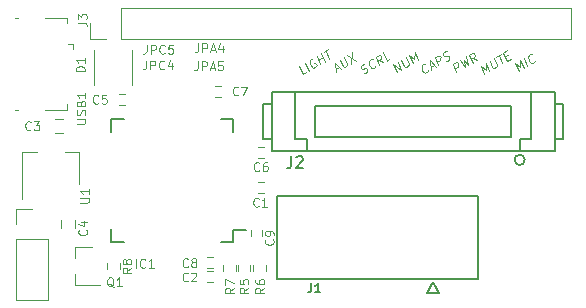
<source format=gbr>
G04 #@! TF.GenerationSoftware,KiCad,Pcbnew,5.1.5*
G04 #@! TF.CreationDate,2020-05-08T23:36:38+02:00*
G04 #@! TF.ProjectId,nucular-keyboard,6e756375-6c61-4722-9d6b-6579626f6172,rev?*
G04 #@! TF.SameCoordinates,Original*
G04 #@! TF.FileFunction,Legend,Top*
G04 #@! TF.FilePolarity,Positive*
%FSLAX46Y46*%
G04 Gerber Fmt 4.6, Leading zero omitted, Abs format (unit mm)*
G04 Created by KiCad (PCBNEW 5.1.5) date 2020-05-08 23:36:38*
%MOMM*%
%LPD*%
G04 APERTURE LIST*
%ADD10C,0.100000*%
%ADD11C,0.150000*%
%ADD12C,0.120000*%
G04 APERTURE END LIST*
D10*
X102709666Y-65432602D02*
X102415856Y-64736208D01*
X102842227Y-65108632D01*
X102848869Y-64486208D01*
X103142679Y-65182602D01*
X103451974Y-65004030D02*
X103158164Y-64307636D01*
X104104441Y-64544850D02*
X104087502Y-64595869D01*
X104008705Y-64682602D01*
X103946846Y-64718316D01*
X103840066Y-64738726D01*
X103750225Y-64708117D01*
X103691314Y-64659651D01*
X103604421Y-64544862D01*
X103562448Y-64445377D01*
X103537413Y-64294873D01*
X103540361Y-64210693D01*
X103574238Y-64108655D01*
X103653035Y-64021922D01*
X103714894Y-63986208D01*
X103821674Y-63965798D01*
X103866594Y-63981102D01*
X99807583Y-65664745D02*
X99513773Y-64968351D01*
X99940144Y-65340775D01*
X99946786Y-64718351D01*
X100240596Y-65414745D01*
X100256081Y-64539779D02*
X100493927Y-65103527D01*
X100552838Y-65151993D01*
X100597759Y-65167297D01*
X100673609Y-65164745D01*
X100797326Y-65093316D01*
X100845194Y-65024440D01*
X100862133Y-64973421D01*
X100865081Y-64889241D01*
X100627234Y-64325494D01*
X100843741Y-64200494D02*
X101214894Y-63986208D01*
X101323128Y-64789745D02*
X101029318Y-64093351D01*
X101571310Y-64192824D02*
X101787817Y-64067824D01*
X102034506Y-64379030D02*
X101725211Y-64557602D01*
X101431401Y-63861208D01*
X101740696Y-63682636D01*
X97439554Y-65530816D02*
X97145744Y-64834422D01*
X97393180Y-64691565D01*
X97469030Y-64689012D01*
X97513950Y-64704317D01*
X97572862Y-64752783D01*
X97614835Y-64852268D01*
X97611887Y-64936448D01*
X97594949Y-64987467D01*
X97547081Y-65056343D01*
X97299645Y-65199200D01*
X97733404Y-64495136D02*
X98181862Y-65102245D01*
X98095715Y-64533392D01*
X98429298Y-64959388D01*
X98290135Y-64173708D01*
X99202535Y-64512959D02*
X98846119Y-64306343D01*
X98831381Y-64727245D02*
X98537571Y-64030851D01*
X98785007Y-63887994D01*
X98860856Y-63885441D01*
X98905777Y-63900745D01*
X98964688Y-63949211D01*
X99006661Y-64048696D01*
X99003714Y-64132877D01*
X98986775Y-64183895D01*
X98938907Y-64252771D01*
X98691471Y-64395629D01*
X95066220Y-65375207D02*
X95049281Y-65426226D01*
X94970484Y-65512959D01*
X94908625Y-65548673D01*
X94801845Y-65569083D01*
X94712005Y-65538474D01*
X94653093Y-65490008D01*
X94566200Y-65375219D01*
X94524227Y-65275734D01*
X94499193Y-65125230D01*
X94502140Y-65041050D01*
X94536017Y-64939012D01*
X94614815Y-64852279D01*
X94676674Y-64816565D01*
X94783453Y-64796155D01*
X94828373Y-64811460D01*
X95257692Y-65099704D02*
X95566987Y-64921132D01*
X95279779Y-65334388D02*
X95202475Y-64512994D01*
X95712791Y-65084388D01*
X95929298Y-64959388D02*
X95635487Y-64262994D01*
X95882923Y-64120136D01*
X95958773Y-64117584D01*
X96003694Y-64132888D01*
X96062605Y-64181354D01*
X96104578Y-64280839D01*
X96101630Y-64365020D01*
X96084692Y-64416038D01*
X96036824Y-64484914D01*
X95789388Y-64627771D01*
X96533896Y-64569083D02*
X96640676Y-64548673D01*
X96795323Y-64459388D01*
X96843191Y-64390512D01*
X96860130Y-64339493D01*
X96863077Y-64255313D01*
X96835095Y-64188989D01*
X96776184Y-64140523D01*
X96731263Y-64125219D01*
X96655413Y-64127771D01*
X96517705Y-64166038D01*
X96441855Y-64168591D01*
X96396934Y-64153287D01*
X96338023Y-64104820D01*
X96310041Y-64038497D01*
X96312988Y-63954317D01*
X96329927Y-63903298D01*
X96377795Y-63834422D01*
X96532442Y-63745136D01*
X96639222Y-63724727D01*
X92408625Y-65548673D02*
X92114815Y-64852279D01*
X92779779Y-65334388D01*
X92485968Y-64637994D01*
X92795263Y-64459422D02*
X93033109Y-65023170D01*
X93092021Y-65071636D01*
X93136941Y-65086940D01*
X93212791Y-65084388D01*
X93336509Y-65012959D01*
X93384377Y-64944083D01*
X93401316Y-64893064D01*
X93404263Y-64808884D01*
X93166417Y-64245136D01*
X93769522Y-64762959D02*
X93475712Y-64066565D01*
X93902082Y-64438989D01*
X93908724Y-63816565D01*
X94202535Y-64512959D01*
X89593592Y-65631583D02*
X89700372Y-65611173D01*
X89855019Y-65521888D01*
X89902887Y-65453012D01*
X89919826Y-65401993D01*
X89922773Y-65317813D01*
X89894791Y-65251489D01*
X89835880Y-65203023D01*
X89790959Y-65187719D01*
X89715109Y-65190271D01*
X89577401Y-65228538D01*
X89501551Y-65231091D01*
X89456630Y-65215787D01*
X89397719Y-65167320D01*
X89369737Y-65100997D01*
X89372684Y-65016817D01*
X89389623Y-64965798D01*
X89437491Y-64896922D01*
X89592138Y-64807636D01*
X89698918Y-64787227D01*
X90600274Y-65009136D02*
X90583336Y-65060155D01*
X90504538Y-65146888D01*
X90442679Y-65182602D01*
X90335900Y-65203012D01*
X90246059Y-65172403D01*
X90187147Y-65123937D01*
X90100254Y-65009147D01*
X90058281Y-64909662D01*
X90033247Y-64759159D01*
X90036194Y-64674978D01*
X90070072Y-64572941D01*
X90148869Y-64486208D01*
X90210728Y-64450494D01*
X90317507Y-64430084D01*
X90362428Y-64445388D01*
X91277775Y-64700459D02*
X90921359Y-64493843D01*
X90906621Y-64914745D02*
X90612811Y-64218351D01*
X90860247Y-64075494D01*
X90936097Y-64072941D01*
X90981017Y-64088245D01*
X91039929Y-64136711D01*
X91081902Y-64236196D01*
X91078954Y-64320377D01*
X91062016Y-64371395D01*
X91014148Y-64440271D01*
X90766712Y-64583129D01*
X91865435Y-64361173D02*
X91556140Y-64539745D01*
X91262330Y-63843351D01*
X87217467Y-65296132D02*
X87526762Y-65117561D01*
X87239554Y-65530816D02*
X87162251Y-64709422D01*
X87672567Y-65280816D01*
X87595263Y-64459422D02*
X87833109Y-65023170D01*
X87892021Y-65071636D01*
X87936941Y-65086940D01*
X88012791Y-65084388D01*
X88136509Y-65012959D01*
X88184377Y-64944083D01*
X88201316Y-64893064D01*
X88204263Y-64808884D01*
X87966417Y-64245136D01*
X88213853Y-64102279D02*
X88940676Y-64548673D01*
X88646865Y-63852279D02*
X88507663Y-64798673D01*
X84739554Y-65530816D02*
X84430259Y-65709388D01*
X84136449Y-65012994D01*
X84956061Y-65405816D02*
X84662251Y-64709422D01*
X85325761Y-64367584D02*
X85249911Y-64370136D01*
X85157122Y-64423708D01*
X85078325Y-64510441D01*
X85044448Y-64612478D01*
X85041500Y-64696659D01*
X85066534Y-64847162D01*
X85108507Y-64946647D01*
X85195401Y-65061437D01*
X85254312Y-65109903D01*
X85344153Y-65140512D01*
X85450932Y-65120102D01*
X85512791Y-65084388D01*
X85591589Y-64997655D01*
X85608527Y-64946636D01*
X85510591Y-64714504D01*
X85386873Y-64785933D01*
X85914874Y-64852245D02*
X85621064Y-64155851D01*
X85760974Y-64487467D02*
X86132128Y-64273181D01*
X86286028Y-64637959D02*
X85992218Y-63941565D01*
X86208724Y-63816565D02*
X86579878Y-63602279D01*
X86688111Y-64405816D02*
X86394301Y-63709422D01*
D11*
X78575000Y-79875000D02*
X78575000Y-78875000D01*
X68225000Y-79875000D02*
X68225000Y-78800000D01*
X68225000Y-69525000D02*
X68225000Y-70600000D01*
X78575000Y-69525000D02*
X78575000Y-70600000D01*
X78575000Y-79875000D02*
X77500000Y-79875000D01*
X78575000Y-69525000D02*
X77500000Y-69525000D01*
X68225000Y-69525000D02*
X69300000Y-69525000D01*
X68225000Y-79875000D02*
X69300000Y-79875000D01*
X78575000Y-78875000D02*
X79600000Y-78875000D01*
D12*
X65000000Y-63100000D02*
X64550000Y-63100000D01*
X65000000Y-63100000D02*
X65000000Y-63550000D01*
X64450000Y-68700000D02*
X64450000Y-68250000D01*
X62600000Y-68700000D02*
X64450000Y-68700000D01*
X60050000Y-60900000D02*
X60300000Y-60900000D01*
X60050000Y-68700000D02*
X60300000Y-68700000D01*
X62600000Y-60900000D02*
X64450000Y-60900000D01*
X64450000Y-60900000D02*
X64450000Y-61350000D01*
D11*
X82250000Y-76000000D02*
X99250000Y-76000000D01*
X99250000Y-76000000D02*
X99250000Y-83000000D01*
X99250000Y-83000000D02*
X82250000Y-83000000D01*
X82250000Y-83000000D02*
X82250000Y-76000000D01*
X95500000Y-83250000D02*
X95000000Y-84250000D01*
X95000000Y-84250000D02*
X96000000Y-84250000D01*
X96000000Y-84250000D02*
X95500000Y-83250000D01*
X81800000Y-67200000D02*
X105800000Y-67200000D01*
X105800000Y-67200000D02*
X105800000Y-72200000D01*
X105800000Y-72200000D02*
X81800000Y-72200000D01*
X81800000Y-72200000D02*
X81800000Y-67200000D01*
X83800000Y-67200000D02*
X83800000Y-71200000D01*
X83800000Y-71200000D02*
X84800000Y-71200000D01*
X84800000Y-71200000D02*
X84800000Y-72200000D01*
X103800000Y-67200000D02*
X103800000Y-71200000D01*
X103800000Y-71200000D02*
X102800000Y-71200000D01*
X102800000Y-71200000D02*
X102800000Y-72200000D01*
X85500000Y-68400000D02*
X102100000Y-68400000D01*
X102100000Y-68400000D02*
X102100000Y-71000000D01*
X102100000Y-71000000D02*
X85500000Y-71000000D01*
X85500000Y-71000000D02*
X85500000Y-68400000D01*
X81800000Y-68200000D02*
X81100000Y-68200000D01*
X81100000Y-68200000D02*
X81100000Y-71200000D01*
X81100000Y-71200000D02*
X81800000Y-71200000D01*
X105800000Y-68200000D02*
X106500000Y-68200000D01*
X106500000Y-68200000D02*
X106500000Y-71200000D01*
X106500000Y-71200000D02*
X105800000Y-71200000D01*
X103233012Y-72950000D02*
G75*
G03X103233012Y-72950000I-433012J0D01*
G01*
D12*
X70025000Y-66650000D02*
X70025000Y-63650000D01*
X66775000Y-63650000D02*
X66775000Y-66650000D01*
X60700000Y-72260000D02*
X61900000Y-72260000D01*
X60700000Y-76260000D02*
X60700000Y-72260000D01*
X65500000Y-72260000D02*
X65500000Y-74960000D01*
X64300000Y-72260000D02*
X65500000Y-72260000D01*
X60170000Y-79670000D02*
X60170000Y-84810000D01*
X60170000Y-84810000D02*
X62830000Y-84810000D01*
X62830000Y-84810000D02*
X62830000Y-79670000D01*
X62830000Y-79670000D02*
X60170000Y-79670000D01*
X60170000Y-78400000D02*
X60170000Y-77070000D01*
X60170000Y-77070000D02*
X61500000Y-77070000D01*
X69020000Y-62730000D02*
X107180000Y-62730000D01*
X107180000Y-62730000D02*
X107180000Y-60070000D01*
X107180000Y-60070000D02*
X69020000Y-60070000D01*
X69020000Y-60070000D02*
X69020000Y-62730000D01*
X67750000Y-62730000D02*
X66420000Y-62730000D01*
X66420000Y-62730000D02*
X66420000Y-61400000D01*
X65120000Y-80350000D02*
X65120000Y-81280000D01*
X65120000Y-83510000D02*
X65120000Y-82580000D01*
X65120000Y-83510000D02*
X67280000Y-83510000D01*
X65120000Y-80350000D02*
X66580000Y-80350000D01*
X76325000Y-82130000D02*
X76825000Y-82130000D01*
X76825000Y-81190000D02*
X76325000Y-81190000D01*
X65200000Y-78050000D02*
X65200000Y-78750000D01*
X64000000Y-78750000D02*
X64000000Y-78050000D01*
X64150000Y-70700000D02*
X63450000Y-70700000D01*
X63450000Y-69500000D02*
X64150000Y-69500000D01*
X81125000Y-74855000D02*
X80625000Y-74855000D01*
X80625000Y-75795000D02*
X81125000Y-75795000D01*
X68900000Y-68320000D02*
X69400000Y-68320000D01*
X69400000Y-67380000D02*
X68900000Y-67380000D01*
X81125000Y-71880000D02*
X80625000Y-71880000D01*
X80625000Y-72820000D02*
X81125000Y-72820000D01*
X77050000Y-67620000D02*
X77550000Y-67620000D01*
X77550000Y-66680000D02*
X77050000Y-66680000D01*
X80080000Y-78870000D02*
X80080000Y-79370000D01*
X81020000Y-79370000D02*
X81020000Y-78870000D01*
X76325000Y-83320000D02*
X76825000Y-83320000D01*
X76825000Y-82380000D02*
X76325000Y-82380000D01*
X67890000Y-81680000D02*
X67890000Y-82180000D01*
X68950000Y-82180000D02*
X68950000Y-81680000D01*
X77720000Y-81860000D02*
X77720000Y-82360000D01*
X78780000Y-82360000D02*
X78780000Y-81860000D01*
X81320000Y-82350000D02*
X81320000Y-81850000D01*
X80260000Y-81850000D02*
X80260000Y-82350000D01*
X78945000Y-81850000D02*
X78945000Y-82350000D01*
X80005000Y-82350000D02*
X80005000Y-81850000D01*
D10*
X70317857Y-82089285D02*
X70317857Y-81339285D01*
X71103571Y-82017857D02*
X71067857Y-82053571D01*
X70960714Y-82089285D01*
X70889285Y-82089285D01*
X70782142Y-82053571D01*
X70710714Y-81982142D01*
X70675000Y-81910714D01*
X70639285Y-81767857D01*
X70639285Y-81660714D01*
X70675000Y-81517857D01*
X70710714Y-81446428D01*
X70782142Y-81375000D01*
X70889285Y-81339285D01*
X70960714Y-81339285D01*
X71067857Y-81375000D01*
X71103571Y-81410714D01*
X71817857Y-82089285D02*
X71389285Y-82089285D01*
X71603571Y-82089285D02*
X71603571Y-81339285D01*
X71532142Y-81446428D01*
X71460714Y-81517857D01*
X71389285Y-81553571D01*
X65289285Y-69903571D02*
X65896428Y-69903571D01*
X65967857Y-69867857D01*
X66003571Y-69832142D01*
X66039285Y-69760714D01*
X66039285Y-69617857D01*
X66003571Y-69546428D01*
X65967857Y-69510714D01*
X65896428Y-69475000D01*
X65289285Y-69475000D01*
X66003571Y-69153571D02*
X66039285Y-69046428D01*
X66039285Y-68867857D01*
X66003571Y-68796428D01*
X65967857Y-68760714D01*
X65896428Y-68725000D01*
X65825000Y-68725000D01*
X65753571Y-68760714D01*
X65717857Y-68796428D01*
X65682142Y-68867857D01*
X65646428Y-69010714D01*
X65610714Y-69082142D01*
X65575000Y-69117857D01*
X65503571Y-69153571D01*
X65432142Y-69153571D01*
X65360714Y-69117857D01*
X65325000Y-69082142D01*
X65289285Y-69010714D01*
X65289285Y-68832142D01*
X65325000Y-68725000D01*
X65646428Y-68153571D02*
X65682142Y-68046428D01*
X65717857Y-68010714D01*
X65789285Y-67975000D01*
X65896428Y-67975000D01*
X65967857Y-68010714D01*
X66003571Y-68046428D01*
X66039285Y-68117857D01*
X66039285Y-68403571D01*
X65289285Y-68403571D01*
X65289285Y-68153571D01*
X65325000Y-68082142D01*
X65360714Y-68046428D01*
X65432142Y-68010714D01*
X65503571Y-68010714D01*
X65575000Y-68046428D01*
X65610714Y-68082142D01*
X65646428Y-68153571D01*
X65646428Y-68403571D01*
X66039285Y-67260714D02*
X66039285Y-67689285D01*
X66039285Y-67475000D02*
X65289285Y-67475000D01*
X65396428Y-67546428D01*
X65467857Y-67617857D01*
X65503571Y-67689285D01*
D11*
X85166000Y-83407285D02*
X85166000Y-83943000D01*
X85130285Y-84050142D01*
X85058857Y-84121571D01*
X84951714Y-84157285D01*
X84880285Y-84157285D01*
X85916000Y-84157285D02*
X85487428Y-84157285D01*
X85701714Y-84157285D02*
X85701714Y-83407285D01*
X85630285Y-83514428D01*
X85558857Y-83585857D01*
X85487428Y-83621571D01*
X83466666Y-72652380D02*
X83466666Y-73366666D01*
X83419047Y-73509523D01*
X83323809Y-73604761D01*
X83180952Y-73652380D01*
X83085714Y-73652380D01*
X83895238Y-72747619D02*
X83942857Y-72700000D01*
X84038095Y-72652380D01*
X84276190Y-72652380D01*
X84371428Y-72700000D01*
X84419047Y-72747619D01*
X84466666Y-72842857D01*
X84466666Y-72938095D01*
X84419047Y-73080952D01*
X83847619Y-73652380D01*
X84466666Y-73652380D01*
D10*
X65989285Y-65453571D02*
X65239285Y-65453571D01*
X65239285Y-65275000D01*
X65275000Y-65167857D01*
X65346428Y-65096428D01*
X65417857Y-65060714D01*
X65560714Y-65025000D01*
X65667857Y-65025000D01*
X65810714Y-65060714D01*
X65882142Y-65096428D01*
X65953571Y-65167857D01*
X65989285Y-65275000D01*
X65989285Y-65453571D01*
X65989285Y-64310714D02*
X65989285Y-64739285D01*
X65989285Y-64525000D02*
X65239285Y-64525000D01*
X65346428Y-64596428D01*
X65417857Y-64667857D01*
X65453571Y-64739285D01*
X65589285Y-76571428D02*
X66196428Y-76571428D01*
X66267857Y-76535714D01*
X66303571Y-76500000D01*
X66339285Y-76428571D01*
X66339285Y-76285714D01*
X66303571Y-76214285D01*
X66267857Y-76178571D01*
X66196428Y-76142857D01*
X65589285Y-76142857D01*
X66339285Y-75392857D02*
X66339285Y-75821428D01*
X66339285Y-75607142D02*
X65589285Y-75607142D01*
X65696428Y-75678571D01*
X65767857Y-75750000D01*
X65803571Y-75821428D01*
X65414285Y-61350000D02*
X65950000Y-61350000D01*
X66057142Y-61385714D01*
X66128571Y-61457142D01*
X66164285Y-61564285D01*
X66164285Y-61635714D01*
X65414285Y-61064285D02*
X65414285Y-60600000D01*
X65700000Y-60850000D01*
X65700000Y-60742857D01*
X65735714Y-60671428D01*
X65771428Y-60635714D01*
X65842857Y-60600000D01*
X66021428Y-60600000D01*
X66092857Y-60635714D01*
X66128571Y-60671428D01*
X66164285Y-60742857D01*
X66164285Y-60957142D01*
X66128571Y-61028571D01*
X66092857Y-61064285D01*
X68428571Y-83710714D02*
X68357142Y-83675000D01*
X68285714Y-83603571D01*
X68178571Y-83496428D01*
X68107142Y-83460714D01*
X68035714Y-83460714D01*
X68071428Y-83639285D02*
X68000000Y-83603571D01*
X67928571Y-83532142D01*
X67892857Y-83389285D01*
X67892857Y-83139285D01*
X67928571Y-82996428D01*
X68000000Y-82925000D01*
X68071428Y-82889285D01*
X68214285Y-82889285D01*
X68285714Y-82925000D01*
X68357142Y-82996428D01*
X68392857Y-83139285D01*
X68392857Y-83389285D01*
X68357142Y-83532142D01*
X68285714Y-83603571D01*
X68214285Y-83639285D01*
X68071428Y-83639285D01*
X69107142Y-83639285D02*
X68678571Y-83639285D01*
X68892857Y-83639285D02*
X68892857Y-82889285D01*
X68821428Y-82996428D01*
X68750000Y-83067857D01*
X68678571Y-83103571D01*
X74725000Y-81967857D02*
X74689285Y-82003571D01*
X74582142Y-82039285D01*
X74510714Y-82039285D01*
X74403571Y-82003571D01*
X74332142Y-81932142D01*
X74296428Y-81860714D01*
X74260714Y-81717857D01*
X74260714Y-81610714D01*
X74296428Y-81467857D01*
X74332142Y-81396428D01*
X74403571Y-81325000D01*
X74510714Y-81289285D01*
X74582142Y-81289285D01*
X74689285Y-81325000D01*
X74725000Y-81360714D01*
X75153571Y-81610714D02*
X75082142Y-81575000D01*
X75046428Y-81539285D01*
X75010714Y-81467857D01*
X75010714Y-81432142D01*
X75046428Y-81360714D01*
X75082142Y-81325000D01*
X75153571Y-81289285D01*
X75296428Y-81289285D01*
X75367857Y-81325000D01*
X75403571Y-81360714D01*
X75439285Y-81432142D01*
X75439285Y-81467857D01*
X75403571Y-81539285D01*
X75367857Y-81575000D01*
X75296428Y-81610714D01*
X75153571Y-81610714D01*
X75082142Y-81646428D01*
X75046428Y-81682142D01*
X75010714Y-81753571D01*
X75010714Y-81896428D01*
X75046428Y-81967857D01*
X75082142Y-82003571D01*
X75153571Y-82039285D01*
X75296428Y-82039285D01*
X75367857Y-82003571D01*
X75403571Y-81967857D01*
X75439285Y-81896428D01*
X75439285Y-81753571D01*
X75403571Y-81682142D01*
X75367857Y-81646428D01*
X75296428Y-81610714D01*
X66117857Y-78875000D02*
X66153571Y-78910714D01*
X66189285Y-79017857D01*
X66189285Y-79089285D01*
X66153571Y-79196428D01*
X66082142Y-79267857D01*
X66010714Y-79303571D01*
X65867857Y-79339285D01*
X65760714Y-79339285D01*
X65617857Y-79303571D01*
X65546428Y-79267857D01*
X65475000Y-79196428D01*
X65439285Y-79089285D01*
X65439285Y-79017857D01*
X65475000Y-78910714D01*
X65510714Y-78875000D01*
X65689285Y-78232142D02*
X66189285Y-78232142D01*
X65403571Y-78410714D02*
X65939285Y-78589285D01*
X65939285Y-78125000D01*
X61425000Y-70367857D02*
X61389285Y-70403571D01*
X61282142Y-70439285D01*
X61210714Y-70439285D01*
X61103571Y-70403571D01*
X61032142Y-70332142D01*
X60996428Y-70260714D01*
X60960714Y-70117857D01*
X60960714Y-70010714D01*
X60996428Y-69867857D01*
X61032142Y-69796428D01*
X61103571Y-69725000D01*
X61210714Y-69689285D01*
X61282142Y-69689285D01*
X61389285Y-69725000D01*
X61425000Y-69760714D01*
X61675000Y-69689285D02*
X62139285Y-69689285D01*
X61889285Y-69975000D01*
X61996428Y-69975000D01*
X62067857Y-70010714D01*
X62103571Y-70046428D01*
X62139285Y-70117857D01*
X62139285Y-70296428D01*
X62103571Y-70367857D01*
X62067857Y-70403571D01*
X61996428Y-70439285D01*
X61782142Y-70439285D01*
X61710714Y-70403571D01*
X61675000Y-70367857D01*
X71175000Y-64539285D02*
X71175000Y-65075000D01*
X71139285Y-65182142D01*
X71067857Y-65253571D01*
X70960714Y-65289285D01*
X70889285Y-65289285D01*
X71532142Y-65289285D02*
X71532142Y-64539285D01*
X71817857Y-64539285D01*
X71889285Y-64575000D01*
X71925000Y-64610714D01*
X71960714Y-64682142D01*
X71960714Y-64789285D01*
X71925000Y-64860714D01*
X71889285Y-64896428D01*
X71817857Y-64932142D01*
X71532142Y-64932142D01*
X72710714Y-65217857D02*
X72675000Y-65253571D01*
X72567857Y-65289285D01*
X72496428Y-65289285D01*
X72389285Y-65253571D01*
X72317857Y-65182142D01*
X72282142Y-65110714D01*
X72246428Y-64967857D01*
X72246428Y-64860714D01*
X72282142Y-64717857D01*
X72317857Y-64646428D01*
X72389285Y-64575000D01*
X72496428Y-64539285D01*
X72567857Y-64539285D01*
X72675000Y-64575000D01*
X72710714Y-64610714D01*
X73353571Y-64789285D02*
X73353571Y-65289285D01*
X73175000Y-64503571D02*
X72996428Y-65039285D01*
X73460714Y-65039285D01*
X71225000Y-63214285D02*
X71225000Y-63750000D01*
X71189285Y-63857142D01*
X71117857Y-63928571D01*
X71010714Y-63964285D01*
X70939285Y-63964285D01*
X71582142Y-63964285D02*
X71582142Y-63214285D01*
X71867857Y-63214285D01*
X71939285Y-63250000D01*
X71975000Y-63285714D01*
X72010714Y-63357142D01*
X72010714Y-63464285D01*
X71975000Y-63535714D01*
X71939285Y-63571428D01*
X71867857Y-63607142D01*
X71582142Y-63607142D01*
X72760714Y-63892857D02*
X72725000Y-63928571D01*
X72617857Y-63964285D01*
X72546428Y-63964285D01*
X72439285Y-63928571D01*
X72367857Y-63857142D01*
X72332142Y-63785714D01*
X72296428Y-63642857D01*
X72296428Y-63535714D01*
X72332142Y-63392857D01*
X72367857Y-63321428D01*
X72439285Y-63250000D01*
X72546428Y-63214285D01*
X72617857Y-63214285D01*
X72725000Y-63250000D01*
X72760714Y-63285714D01*
X73439285Y-63214285D02*
X73082142Y-63214285D01*
X73046428Y-63571428D01*
X73082142Y-63535714D01*
X73153571Y-63500000D01*
X73332142Y-63500000D01*
X73403571Y-63535714D01*
X73439285Y-63571428D01*
X73475000Y-63642857D01*
X73475000Y-63821428D01*
X73439285Y-63892857D01*
X73403571Y-63928571D01*
X73332142Y-63964285D01*
X73153571Y-63964285D01*
X73082142Y-63928571D01*
X73046428Y-63892857D01*
X75578571Y-63089285D02*
X75578571Y-63625000D01*
X75542857Y-63732142D01*
X75471428Y-63803571D01*
X75364285Y-63839285D01*
X75292857Y-63839285D01*
X75935714Y-63839285D02*
X75935714Y-63089285D01*
X76221428Y-63089285D01*
X76292857Y-63125000D01*
X76328571Y-63160714D01*
X76364285Y-63232142D01*
X76364285Y-63339285D01*
X76328571Y-63410714D01*
X76292857Y-63446428D01*
X76221428Y-63482142D01*
X75935714Y-63482142D01*
X76650000Y-63625000D02*
X77007142Y-63625000D01*
X76578571Y-63839285D02*
X76828571Y-63089285D01*
X77078571Y-63839285D01*
X77650000Y-63339285D02*
X77650000Y-63839285D01*
X77471428Y-63053571D02*
X77292857Y-63589285D01*
X77757142Y-63589285D01*
X75553571Y-64614285D02*
X75553571Y-65150000D01*
X75517857Y-65257142D01*
X75446428Y-65328571D01*
X75339285Y-65364285D01*
X75267857Y-65364285D01*
X75910714Y-65364285D02*
X75910714Y-64614285D01*
X76196428Y-64614285D01*
X76267857Y-64650000D01*
X76303571Y-64685714D01*
X76339285Y-64757142D01*
X76339285Y-64864285D01*
X76303571Y-64935714D01*
X76267857Y-64971428D01*
X76196428Y-65007142D01*
X75910714Y-65007142D01*
X76625000Y-65150000D02*
X76982142Y-65150000D01*
X76553571Y-65364285D02*
X76803571Y-64614285D01*
X77053571Y-65364285D01*
X77660714Y-64614285D02*
X77303571Y-64614285D01*
X77267857Y-64971428D01*
X77303571Y-64935714D01*
X77375000Y-64900000D01*
X77553571Y-64900000D01*
X77625000Y-64935714D01*
X77660714Y-64971428D01*
X77696428Y-65042857D01*
X77696428Y-65221428D01*
X77660714Y-65292857D01*
X77625000Y-65328571D01*
X77553571Y-65364285D01*
X77375000Y-65364285D01*
X77303571Y-65328571D01*
X77267857Y-65292857D01*
X80700000Y-76842857D02*
X80664285Y-76878571D01*
X80557142Y-76914285D01*
X80485714Y-76914285D01*
X80378571Y-76878571D01*
X80307142Y-76807142D01*
X80271428Y-76735714D01*
X80235714Y-76592857D01*
X80235714Y-76485714D01*
X80271428Y-76342857D01*
X80307142Y-76271428D01*
X80378571Y-76200000D01*
X80485714Y-76164285D01*
X80557142Y-76164285D01*
X80664285Y-76200000D01*
X80700000Y-76235714D01*
X81414285Y-76914285D02*
X80985714Y-76914285D01*
X81200000Y-76914285D02*
X81200000Y-76164285D01*
X81128571Y-76271428D01*
X81057142Y-76342857D01*
X80985714Y-76378571D01*
X67125000Y-68117857D02*
X67089285Y-68153571D01*
X66982142Y-68189285D01*
X66910714Y-68189285D01*
X66803571Y-68153571D01*
X66732142Y-68082142D01*
X66696428Y-68010714D01*
X66660714Y-67867857D01*
X66660714Y-67760714D01*
X66696428Y-67617857D01*
X66732142Y-67546428D01*
X66803571Y-67475000D01*
X66910714Y-67439285D01*
X66982142Y-67439285D01*
X67089285Y-67475000D01*
X67125000Y-67510714D01*
X67803571Y-67439285D02*
X67446428Y-67439285D01*
X67410714Y-67796428D01*
X67446428Y-67760714D01*
X67517857Y-67725000D01*
X67696428Y-67725000D01*
X67767857Y-67760714D01*
X67803571Y-67796428D01*
X67839285Y-67867857D01*
X67839285Y-68046428D01*
X67803571Y-68117857D01*
X67767857Y-68153571D01*
X67696428Y-68189285D01*
X67517857Y-68189285D01*
X67446428Y-68153571D01*
X67410714Y-68117857D01*
X80755000Y-73822857D02*
X80719285Y-73858571D01*
X80612142Y-73894285D01*
X80540714Y-73894285D01*
X80433571Y-73858571D01*
X80362142Y-73787142D01*
X80326428Y-73715714D01*
X80290714Y-73572857D01*
X80290714Y-73465714D01*
X80326428Y-73322857D01*
X80362142Y-73251428D01*
X80433571Y-73180000D01*
X80540714Y-73144285D01*
X80612142Y-73144285D01*
X80719285Y-73180000D01*
X80755000Y-73215714D01*
X81397857Y-73144285D02*
X81255000Y-73144285D01*
X81183571Y-73180000D01*
X81147857Y-73215714D01*
X81076428Y-73322857D01*
X81040714Y-73465714D01*
X81040714Y-73751428D01*
X81076428Y-73822857D01*
X81112142Y-73858571D01*
X81183571Y-73894285D01*
X81326428Y-73894285D01*
X81397857Y-73858571D01*
X81433571Y-73822857D01*
X81469285Y-73751428D01*
X81469285Y-73572857D01*
X81433571Y-73501428D01*
X81397857Y-73465714D01*
X81326428Y-73430000D01*
X81183571Y-73430000D01*
X81112142Y-73465714D01*
X81076428Y-73501428D01*
X81040714Y-73572857D01*
X78975000Y-67417857D02*
X78939285Y-67453571D01*
X78832142Y-67489285D01*
X78760714Y-67489285D01*
X78653571Y-67453571D01*
X78582142Y-67382142D01*
X78546428Y-67310714D01*
X78510714Y-67167857D01*
X78510714Y-67060714D01*
X78546428Y-66917857D01*
X78582142Y-66846428D01*
X78653571Y-66775000D01*
X78760714Y-66739285D01*
X78832142Y-66739285D01*
X78939285Y-66775000D01*
X78975000Y-66810714D01*
X79225000Y-66739285D02*
X79725000Y-66739285D01*
X79403571Y-67489285D01*
X81917857Y-79675000D02*
X81953571Y-79710714D01*
X81989285Y-79817857D01*
X81989285Y-79889285D01*
X81953571Y-79996428D01*
X81882142Y-80067857D01*
X81810714Y-80103571D01*
X81667857Y-80139285D01*
X81560714Y-80139285D01*
X81417857Y-80103571D01*
X81346428Y-80067857D01*
X81275000Y-79996428D01*
X81239285Y-79889285D01*
X81239285Y-79817857D01*
X81275000Y-79710714D01*
X81310714Y-79675000D01*
X81989285Y-79317857D02*
X81989285Y-79175000D01*
X81953571Y-79103571D01*
X81917857Y-79067857D01*
X81810714Y-78996428D01*
X81667857Y-78960714D01*
X81382142Y-78960714D01*
X81310714Y-78996428D01*
X81275000Y-79032142D01*
X81239285Y-79103571D01*
X81239285Y-79246428D01*
X81275000Y-79317857D01*
X81310714Y-79353571D01*
X81382142Y-79389285D01*
X81560714Y-79389285D01*
X81632142Y-79353571D01*
X81667857Y-79317857D01*
X81703571Y-79246428D01*
X81703571Y-79103571D01*
X81667857Y-79032142D01*
X81632142Y-78996428D01*
X81560714Y-78960714D01*
X74725000Y-83167857D02*
X74689285Y-83203571D01*
X74582142Y-83239285D01*
X74510714Y-83239285D01*
X74403571Y-83203571D01*
X74332142Y-83132142D01*
X74296428Y-83060714D01*
X74260714Y-82917857D01*
X74260714Y-82810714D01*
X74296428Y-82667857D01*
X74332142Y-82596428D01*
X74403571Y-82525000D01*
X74510714Y-82489285D01*
X74582142Y-82489285D01*
X74689285Y-82525000D01*
X74725000Y-82560714D01*
X75010714Y-82560714D02*
X75046428Y-82525000D01*
X75117857Y-82489285D01*
X75296428Y-82489285D01*
X75367857Y-82525000D01*
X75403571Y-82560714D01*
X75439285Y-82632142D01*
X75439285Y-82703571D01*
X75403571Y-82810714D01*
X74975000Y-83239285D01*
X75439285Y-83239285D01*
X69939285Y-82075000D02*
X69582142Y-82325000D01*
X69939285Y-82503571D02*
X69189285Y-82503571D01*
X69189285Y-82217857D01*
X69225000Y-82146428D01*
X69260714Y-82110714D01*
X69332142Y-82075000D01*
X69439285Y-82075000D01*
X69510714Y-82110714D01*
X69546428Y-82146428D01*
X69582142Y-82217857D01*
X69582142Y-82503571D01*
X69510714Y-81646428D02*
X69475000Y-81717857D01*
X69439285Y-81753571D01*
X69367857Y-81789285D01*
X69332142Y-81789285D01*
X69260714Y-81753571D01*
X69225000Y-81717857D01*
X69189285Y-81646428D01*
X69189285Y-81503571D01*
X69225000Y-81432142D01*
X69260714Y-81396428D01*
X69332142Y-81360714D01*
X69367857Y-81360714D01*
X69439285Y-81396428D01*
X69475000Y-81432142D01*
X69510714Y-81503571D01*
X69510714Y-81646428D01*
X69546428Y-81717857D01*
X69582142Y-81753571D01*
X69653571Y-81789285D01*
X69796428Y-81789285D01*
X69867857Y-81753571D01*
X69903571Y-81717857D01*
X69939285Y-81646428D01*
X69939285Y-81503571D01*
X69903571Y-81432142D01*
X69867857Y-81396428D01*
X69796428Y-81360714D01*
X69653571Y-81360714D01*
X69582142Y-81396428D01*
X69546428Y-81432142D01*
X69510714Y-81503571D01*
X78639285Y-83775000D02*
X78282142Y-84025000D01*
X78639285Y-84203571D02*
X77889285Y-84203571D01*
X77889285Y-83917857D01*
X77925000Y-83846428D01*
X77960714Y-83810714D01*
X78032142Y-83775000D01*
X78139285Y-83775000D01*
X78210714Y-83810714D01*
X78246428Y-83846428D01*
X78282142Y-83917857D01*
X78282142Y-84203571D01*
X77889285Y-83525000D02*
X77889285Y-83025000D01*
X78639285Y-83346428D01*
X81189285Y-83775000D02*
X80832142Y-84025000D01*
X81189285Y-84203571D02*
X80439285Y-84203571D01*
X80439285Y-83917857D01*
X80475000Y-83846428D01*
X80510714Y-83810714D01*
X80582142Y-83775000D01*
X80689285Y-83775000D01*
X80760714Y-83810714D01*
X80796428Y-83846428D01*
X80832142Y-83917857D01*
X80832142Y-84203571D01*
X80439285Y-83132142D02*
X80439285Y-83275000D01*
X80475000Y-83346428D01*
X80510714Y-83382142D01*
X80617857Y-83453571D01*
X80760714Y-83489285D01*
X81046428Y-83489285D01*
X81117857Y-83453571D01*
X81153571Y-83417857D01*
X81189285Y-83346428D01*
X81189285Y-83203571D01*
X81153571Y-83132142D01*
X81117857Y-83096428D01*
X81046428Y-83060714D01*
X80867857Y-83060714D01*
X80796428Y-83096428D01*
X80760714Y-83132142D01*
X80725000Y-83203571D01*
X80725000Y-83346428D01*
X80760714Y-83417857D01*
X80796428Y-83453571D01*
X80867857Y-83489285D01*
X79839285Y-83775000D02*
X79482142Y-84025000D01*
X79839285Y-84203571D02*
X79089285Y-84203571D01*
X79089285Y-83917857D01*
X79125000Y-83846428D01*
X79160714Y-83810714D01*
X79232142Y-83775000D01*
X79339285Y-83775000D01*
X79410714Y-83810714D01*
X79446428Y-83846428D01*
X79482142Y-83917857D01*
X79482142Y-84203571D01*
X79089285Y-83096428D02*
X79089285Y-83453571D01*
X79446428Y-83489285D01*
X79410714Y-83453571D01*
X79375000Y-83382142D01*
X79375000Y-83203571D01*
X79410714Y-83132142D01*
X79446428Y-83096428D01*
X79517857Y-83060714D01*
X79696428Y-83060714D01*
X79767857Y-83096428D01*
X79803571Y-83132142D01*
X79839285Y-83203571D01*
X79839285Y-83382142D01*
X79803571Y-83453571D01*
X79767857Y-83489285D01*
M02*

</source>
